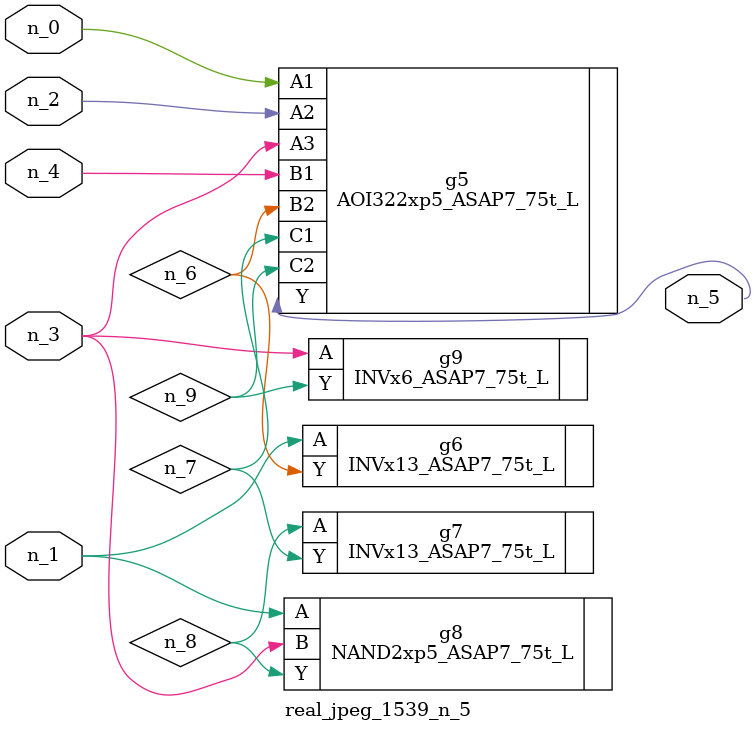
<source format=v>
module real_jpeg_1539_n_5 (n_4, n_0, n_1, n_2, n_3, n_5);

input n_4;
input n_0;
input n_1;
input n_2;
input n_3;

output n_5;

wire n_8;
wire n_6;
wire n_7;
wire n_9;

AOI322xp5_ASAP7_75t_L g5 ( 
.A1(n_0),
.A2(n_2),
.A3(n_3),
.B1(n_4),
.B2(n_6),
.C1(n_7),
.C2(n_9),
.Y(n_5)
);

INVx13_ASAP7_75t_L g6 ( 
.A(n_1),
.Y(n_6)
);

NAND2xp5_ASAP7_75t_L g8 ( 
.A(n_1),
.B(n_3),
.Y(n_8)
);

INVx6_ASAP7_75t_L g9 ( 
.A(n_3),
.Y(n_9)
);

INVx13_ASAP7_75t_L g7 ( 
.A(n_8),
.Y(n_7)
);


endmodule
</source>
